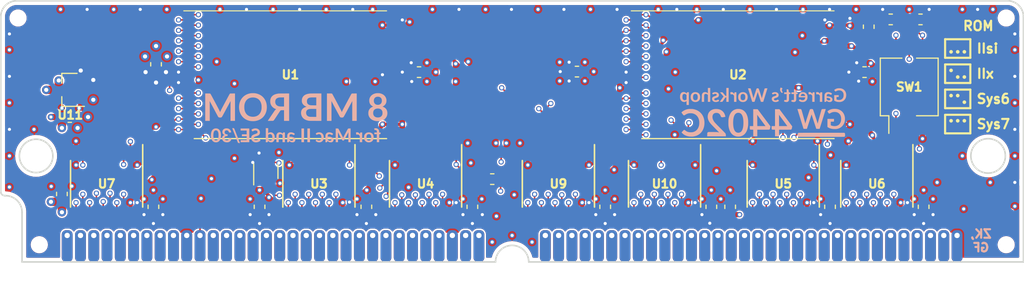
<source format=kicad_pcb>
(kicad_pcb (version 20221018) (generator pcbnew)

  (general
    (thickness 1.6)
  )

  (paper "USLetter")
  (title_block
    (title "GW4402C")
    (date "2022-02-05")
    (rev "1.0")
    (company "Garrett's Workshop")
  )

  (layers
    (0 "F.Cu" signal)
    (1 "In1.Cu" power)
    (2 "In2.Cu" signal)
    (31 "B.Cu" power)
    (32 "B.Adhes" user "B.Adhesive")
    (33 "F.Adhes" user "F.Adhesive")
    (34 "B.Paste" user)
    (35 "F.Paste" user)
    (36 "B.SilkS" user "B.Silkscreen")
    (37 "F.SilkS" user "F.Silkscreen")
    (38 "B.Mask" user)
    (39 "F.Mask" user)
    (40 "Dwgs.User" user "User.Drawings")
    (41 "Cmts.User" user "User.Comments")
    (42 "Eco1.User" user "User.Eco1")
    (43 "Eco2.User" user "User.Eco2")
    (44 "Edge.Cuts" user)
    (45 "Margin" user)
    (46 "B.CrtYd" user "B.Courtyard")
    (47 "F.CrtYd" user "F.Courtyard")
    (48 "B.Fab" user)
    (49 "F.Fab" user)
  )

  (setup
    (pad_to_mask_clearance 0.075)
    (solder_mask_min_width 0.1)
    (pad_to_paste_clearance -0.0381)
    (pcbplotparams
      (layerselection 0x00210f8_ffffffff)
      (plot_on_all_layers_selection 0x0000000_00000000)
      (disableapertmacros false)
      (usegerberextensions true)
      (usegerberattributes false)
      (usegerberadvancedattributes false)
      (creategerberjobfile false)
      (dashed_line_dash_ratio 12.000000)
      (dashed_line_gap_ratio 3.000000)
      (svgprecision 6)
      (plotframeref false)
      (viasonmask false)
      (mode 1)
      (useauxorigin false)
      (hpglpennumber 1)
      (hpglpenspeed 20)
      (hpglpendiameter 15.000000)
      (dxfpolygonmode true)
      (dxfimperialunits true)
      (dxfusepcbnewfont true)
      (psnegative false)
      (psa4output false)
      (plotreference true)
      (plotvalue true)
      (plotinvisibletext false)
      (sketchpadsonfab false)
      (subtractmaskfromsilk true)
      (outputformat 1)
      (mirror false)
      (drillshape 0)
      (scaleselection 1)
      (outputdirectory "gerber/")
    )
  )

  (net 0 "")
  (net 1 "+5V")
  (net 2 "/D0")
  (net 3 "/D1")
  (net 4 "/~{WE}")
  (net 5 "/D2")
  (net 6 "/D3")
  (net 7 "GND")
  (net 8 "/D4")
  (net 9 "/D5")
  (net 10 "/D6")
  (net 11 "/A11")
  (net 12 "/D7")
  (net 13 "/A0")
  (net 14 "/A1")
  (net 15 "/A2")
  (net 16 "/A3")
  (net 17 "/A4")
  (net 18 "/A5")
  (net 19 "/A6")
  (net 20 "/A7")
  (net 21 "/~{CS}")
  (net 22 "/~{OE}")
  (net 23 "/D8")
  (net 24 "/D9")
  (net 25 "/D10")
  (net 26 "/D11")
  (net 27 "/D12")
  (net 28 "/D13")
  (net 29 "/D14")
  (net 30 "/D15")
  (net 31 "/A8")
  (net 32 "/A9")
  (net 33 "/A10")
  (net 34 "/A12")
  (net 35 "/A13")
  (net 36 "/A14")
  (net 37 "/A15")
  (net 38 "/A16")
  (net 39 "/A17")
  (net 40 "/A18")
  (net 41 "/A19")
  (net 42 "/A20")
  (net 43 "/A21")
  (net 44 "/A22")
  (net 45 "/D16")
  (net 46 "/D17")
  (net 47 "/D18")
  (net 48 "/D19")
  (net 49 "/D20")
  (net 50 "/D21")
  (net 51 "/D22")
  (net 52 "/D23")
  (net 53 "/D24")
  (net 54 "/D25")
  (net 55 "/D26")
  (net 56 "/D27")
  (net 57 "/D28")
  (net 58 "/D29")
  (net 59 "/D30")
  (net 60 "/D31")
  (net 61 "+3V3")
  (net 62 "/RD7")
  (net 63 "/RD6")
  (net 64 "/RD5")
  (net 65 "/RD4")
  (net 66 "/RD3")
  (net 67 "/RD2")
  (net 68 "/RD1")
  (net 69 "/RD0")
  (net 70 "/RD8")
  (net 71 "/RD9")
  (net 72 "/RD10")
  (net 73 "/RD11")
  (net 74 "/RD12")
  (net 75 "/RD13")
  (net 76 "/RD14")
  (net 77 "/RD15")
  (net 78 "/RD23")
  (net 79 "/RD22")
  (net 80 "/RD21")
  (net 81 "/RD20")
  (net 82 "/RD19")
  (net 83 "/RD18")
  (net 84 "/RD17")
  (net 85 "/RD16")
  (net 86 "/RD24")
  (net 87 "/RD25")
  (net 88 "/RD26")
  (net 89 "/RD27")
  (net 90 "/RD28")
  (net 91 "/RD29")
  (net 92 "/RD30")
  (net 93 "/RD31")
  (net 94 "/RA7")
  (net 95 "/RA6")
  (net 96 "/RA5")
  (net 97 "/RA4")
  (net 98 "/RA3")
  (net 99 "/RA2")
  (net 100 "/R~{CS}")
  (net 101 "/R~{OE}")
  (net 102 "/R~{WE}")
  (net 103 "/RA8")
  (net 104 "/RA9")
  (net 105 "/RA17")
  (net 106 "/RA16")
  (net 107 "/RA15")
  (net 108 "/RA14")
  (net 109 "/RA13")
  (net 110 "/RA12")
  (net 111 "/RA11")
  (net 112 "/RA10")
  (net 113 "/RA18")
  (net 114 "/RA19")
  (net 115 "/RA20")
  (net 116 "/RA21")
  (net 117 "/RA22")
  (net 118 "unconnected-(J1-Pin_63-Pad63)")
  (net 119 "unconnected-(U1-~{BY}-Pad15)")
  (net 120 "unconnected-(U2-~{BY}-Pad15)")
  (net 121 "/RA23")
  (net 122 "/Ddir")
  (net 123 "/DdirR")
  (net 124 "/RA22sw")
  (net 125 "/RA21sw")

  (footprint "stdpads:Fiducial" (layer "F.Cu") (at 75.438 123.444))

  (footprint "stdpads:C_0603" (layer "F.Cu") (at 154.35 109.45))

  (footprint "stdpads:C_0603" (layer "F.Cu") (at 96.5 122.35 90))

  (footprint "stdpads:C_0603" (layer "F.Cu") (at 116.85 122.35 90))

  (footprint "stdpads:C_0603" (layer "F.Cu") (at 139.7 122.35 90))

  (footprint "stdpads:C_0603" (layer "F.Cu") (at 151.05 122.35 90))

  (footprint "stdpads:C_0603" (layer "F.Cu") (at 160 122.35 90))

  (footprint "stdpads:TSSOP-20_4.4x6.5mm_P0.65mm" (layer "F.Cu") (at 112.375 120.15 180))

  (footprint "stdpads:TSSOP-20_4.4x6.5mm_P0.65mm" (layer "F.Cu") (at 146.575 120.15 180))

  (footprint "stdpads:MacIIROMSIMM_Edge" (layer "F.Cu") (at 120.65 127.635))

  (footprint "stdpads:TSSOP-20_4.4x6.5mm_P0.65mm" (layer "F.Cu") (at 135.225 120.15 180))

  (footprint "stdpads:TSSOP-20_4.4x6.5mm_P0.65mm" (layer "F.Cu") (at 155.525 120.15 180))

  (footprint "stdpads:C_0603" (layer "F.Cu") (at 111.75 109.45))

  (footprint "stdpads:TSOP-I-48_18.4x12mm_P0.5mm" (layer "F.Cu") (at 99.45 109.7 -90))

  (footprint "stdpads:TSSOP-20_4.4x6.5mm_P0.65mm" (layer "F.Cu") (at 102.175 120.15 180))

  (footprint "stdpads:C_0603" (layer "F.Cu") (at 78.35 113.75))

  (footprint "stdpads:TSOP-I-48_18.4x12mm_P0.5mm" (layer "F.Cu") (at 142.24 109.7 -90))

  (footprint "stdpads:C_0603" (layer "F.Cu") (at 86.35 122.35 90))

  (footprint "stdpads:TSSOP-20_4.4x6.5mm_P0.65mm" (layer "F.Cu") (at 81.875 120.15 180))

  (footprint "stdpads:C_0603" (layer "F.Cu") (at 106.7135 122.35 90))

  (footprint "stdpads:TSSOP-20_4.4x6.5mm_P0.65mm" (layer "F.Cu") (at 125.075 120.15 180))

  (footprint "stdpads:C_0603" (layer "F.Cu") (at 129.55 122.35 90))

  (footprint "stdpads:C_0603" (layer "F.Cu") (at 141.5 122.35 90))

  (footprint "stdpads:C_0603" (layer "F.Cu") (at 86.6 108.7 90))

  (footprint "stdpads:Fiducial" (layer "F.Cu") (at 167.894 123.444))

  (footprint "stdpads:Fiducial" (layer "F.Cu") (at 162.433 104.267))

  (footprint "stdpads:Fiducial" (layer "F.Cu") (at 75.946 104.267))

  (footprint "stdpads:C_0603" (layer "F.Cu") (at 126.85 109.4))

  (footprint "stdpads:C_0603" (layer "F.Cu") (at 77.6 121.123 90))

  (footprint "stdpads:SOT-353" (layer "F.Cu") (at 97.1 118.95))

  (footprint "stdpads:R_0603" (layer "F.Cu") (at 156.85 104.4 180))

  (footprint "stdpads:R_0603" (layer "F.Cu") (at 154.75 105.1 90))

  (footprint "stdpads:R_0603" (layer "F.Cu") (at 118.75 119.7 180))

  (footprint "stdpads:SOT-23" (layer "F.Cu") (at 78.35 111.15))

  (footprint "stdpads:PasteHole_1.152mm_NPTH" (layer "F.Cu") (at 73.406 104.267))

  (footprint "stdpads:PasteHole_1.152mm_NPTH" (layer "F.Cu") (at 75.438 125.984))

  (footprint "stdpads:PasteHole_1.152mm_NPTH" (layer "F.Cu") (at 167.894 125.984))

  (footprint "stdpads:PasteHole_1.152mm_NPTH" (layer "F.Cu") (at 167.894 104.267))

  (footprint "stdpads:R_0603" (layer "F.Cu") (at 159.7 104.4))

  (footprint "stdpads:SW_DIP_SPSTx03_Slide_DSHP03TS_P1.27mm" (layer "F.Cu") (at 158.623 110.871))

  (footprint "LOGO" (layer "B.Cu")
    (tstamp b9ba79d1-e603-4975-83c9-1d20506a9050)
    (at 99.950302 113.737925 180)
    (attr board_only exclude_from_pos_files exclude_from_bom)
    (fp_text reference "G***" (at 0 0) (layer "B.SilkS") hide
        (effects (font (size 1.524 1.524) (thickness 0.3)) (justify mirror))
      (tstamp e2653b0a-5296-4a12-b227-bcac62608036)
    )
    (fp_text value "LOGO" (at 0.75 0) (layer "B.SilkS") hide
        (effects (font (size 1.524 1.524) (thickness 0.3)) (justify mirror))
      (tstamp 40cb2729-7e80-4008-aa0b-8207f1c02e46)
    )
    (fp_poly
      (pts
        (xy -1.121448 -2.423603)
        (xy -1.371249 -2.423603)
        (xy -1.371249 -1.110818)
        (xy -1.121448 -1.110818)
      )

      (stroke (width 0) (type solid)) (fill solid) (layer "B.SilkS") (tstamp dd673796-7a32-4f1f-b0c5-d2e15bb16cfe))
    (fp_poly
      (pts
        (xy -0.552751 -2.423603)
        (xy -0.802552 -2.423603)
        (xy -0.802552 -1.110818)
        (xy -0.552751 -1.110818)
      )

      (stroke (width 0) (type solid)) (fill solid) (layer "B.SilkS") (tstamp c6a167c5-7238-4790-96a1-fd14f1bba923))
    (fp_poly
      (pts
        (xy 5.261771 -1.30747)
        (xy 4.682444 -1.30747)
        (xy 4.682444 -1.668885)
        (xy 5.139527 -1.668885)
        (xy 5.139527 -1.854907)
        (xy 4.682444 -1.854907)
        (xy 4.682444 -2.226951)
        (xy 5.261771 -2.226951)
        (xy 5.261771 -2.423603)
        (xy 4.432643 -2.423603)
        (xy 4.432643 -1.110818)
        (xy 5.261771 -1.110818)
      )

      (stroke (width 0) (type solid)) (fill solid) (layer "B.SilkS") (tstamp b9fd7bc6-1738-4f9c-b9b9-b2ef65fcd9ff))
    (fp_poly
      (pts
        (xy -5.833671 -1.476886)
        (xy -5.793954 -1.490991)
        (xy -5.780133 -1.498709)
        (xy -5.763181 -1.509186)
        (xy -5.778072 -1.59235)
        (xy -5.783382 -1.621523)
        (xy -5.788286 -1.647573)
        (xy -5.792383 -1.668441)
        (xy -5.795274 -1.682067)
        (xy -5.796225 -1.685791)
        (xy -5.80382 -1.696798)
        (xy -5.818367 -1.702213)
        (xy -5.840693 -1.702186)
        (xy -5.86538 -1.69821)
        (xy -5.901414 -1.692169)
        (xy -5.93191 -1.690641)
        (xy -5.960957 -1.69363)
        (xy -5.982154 -1.698291)
        (xy -6.021574 -1.713204)
        (xy -6.056652 -1.736807)
        (xy -6.088038 -1.769653)
        (xy -6.116383 -1.812298)
        (xy -6.116728 -1.812909)
        (xy -6.133417 -1.842479)
        (xy -6.133417 -2.423603)
        (xy -6.361958 -2.423603)
        (xy -6.361958 -1.493492)
        (xy -6.28258 -1.493492)
        (xy -6.253473 -1.493838)
        (xy -6.227184 -1.49479)
        (xy -6.206008 -1.496218)
        (xy -6.192242 -1.497992)
        (xy -6.189312 -1.498773)
        (xy -6.179276 -1.505034)
        (xy -6.171252 -1.516224)
        (xy -6.164727 -1.533751)
        (xy -6.159184 -1.559019)
        (xy -6.154109 -1.593435)
        (xy -6.153837 -1.595594)
        (xy -6.146704 -1.65252)
        (xy -6.113538 -1.608009)
        (xy -6.074049 -1.561023)
        (xy -6.033056 -1.524315)
        (xy -5.990026 -1.497577)
        (xy -5.944425 -1.480502)
        (xy -5.895718 -1.472781)
        (xy -5.877852 -1.472233)
      )

      (stroke (width 0) (type solid)) (fill solid) (layer "B.SilkS") (tstamp 9fc74d0a-efbc-421c-ae62-7a1dacedd8b1))
    (fp_poly
      (pts
        (xy -7.606518 -1.087457)
        (xy -7.576147 -1.089046)
        (xy -7.553464 -1.09155)
        (xy -7.543199 -1.093749)
        (xy -7.520611 -1.100598)
        (xy -7.520611 -1.15637)
        (xy -7.521578 -1.191516)
        (xy -7.524733 -1.217378)
        (xy -7.530453 -1.235147)
        (xy -7.539117 -1.246014)
        (xy -7.550679 -1.251084)
        (xy -7.562408 -1.252909)
        (xy -7.581589 -1.255247)
        (xy -7.60508 -1.257734)
        (xy -7.61954 -1.259109)
        (xy -7.655924 -1.263809)
        (xy -7.684049 -1.270976)
        (xy -7.706165 -1.281459)
        (xy -7.724518 -1.296108)
        (xy -7.728614 -1.30034)
        (xy -7.745942 -1.324264)
        (xy -7.758403 -1.354005)
        (xy -7.766318 -1.390766)
        (xy -7.770006 -1.435751)
        (xy -7.770372 -1.457617)
        (xy -7.770412 -1.498807)
        (xy -7.525926 -1.498807)
        (xy -7.525926 -1.658255)
        (xy -7.759712 -1.658255)
        (xy -7.761076 -2.0396)
        (xy -7.762439 -2.420946)
        (xy -7.875381 -2.42238)
        (xy -7.988324 -2.423815)
        (xy -7.988324 -1.670724)
        (xy -8.032149 -1.664015)
        (xy -8.065954 -1.658165)
        (xy -8.09059 -1.651447)
        (xy -8.107493 -1.64226)
        (xy -8.118098 -1.629002)
        (xy -8.123841 -1.610071)
        (xy -8.126158 -1.583867)
        (xy -8.126511 -1.558746)
        (xy -8.126511 -1.498807)
        (xy -7.989662 -1.498807)
        (xy -7.986997 -1.42307)
        (xy -7.985261 -1.386709)
        (xy -7.982727 -1.358291)
        (xy -7.979051 -1.335138)
        (xy -7.97389 -1.314571)
        (xy -7.972521 -1.310127)
        (xy -7.95053 -1.254846)
        (xy -7.922035 -1.20779)
        (xy -7.886528 -1.168456)
        (xy -7.843499 -1.13634)
        (xy -7.792442 -1.110938)
        (xy -7.759782 -1.099342)
        (xy -7.741745 -1.094184)
        (xy -7.724704 -1.090652)
        (xy -7.705931 -1.088457)
        (xy -7.682699 -1.087308)
        (xy -7.652282 -1.086915)
        (xy -7.642854 -1.086901)
      )

      (stroke (width 0) (type solid)) (fill solid)
... [2097320 chars truncated]
</source>
